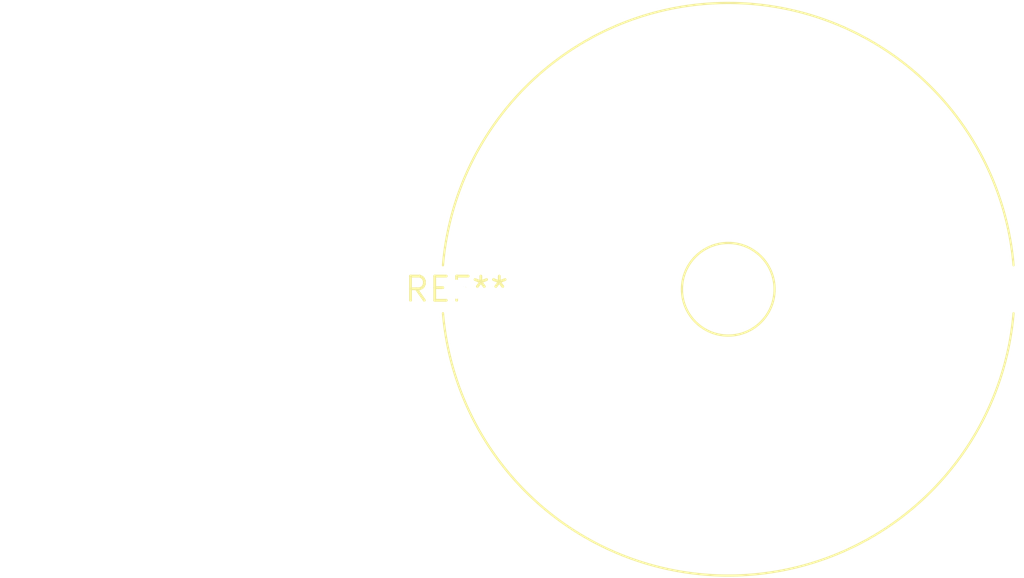
<source format=kicad_pcb>
(kicad_pcb (version 20240108) (generator pcbnew)
  (layers (0 "F.Cu" signal) (31 "B.Cu" signal) (34 "B.Paste" user) (35 "F.Paste" user) (36 "B.SilkS" user "B.Silkscreen") (37 "F.SilkS" user "F.Silkscreen") (38 "B.Mask" user) (39 "F.Mask" user) (44 "Edge.Cuts" user))
  (net 0 "")
  (footprint "L_Radial_D29.8mm_P28.50mm_Murata_1400series" (layer "F.Cu") (at 0 0)
    (property "Reference" "REF**")
    (property "Value" "L_Radial_D29.8mm_P28.50mm_Murata_1400series")
    (fp_arc (start -0.717057 -1.26) (mid 14.25 -15.02) (end 29.217057 -1.26) (layer "F.SilkS") (stroke (width 0.12)))
    (fp_arc (start 29.217057 1.26) (mid 14.25 15.02) (end -0.717057 1.26) (layer "F.SilkS") (stroke (width 0.12)))
    (fp_circle (center 14.25 0) (end 16.68 0) (layer "F.SilkS") (stroke (width 0.12)) (fill none))
    (pad "1" thru_hole circle (at 0 0) (size 2 2) (drill 1) (layers *.Cu *.Mask) (remove_unused_layers))
    (pad "2" thru_hole circle (at 28.5 0) (size 2 2) (drill 1) (layers *.Cu *.Mask) (remove_unused_layers))
  )
)
</source>
